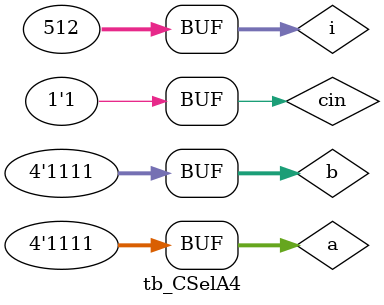
<source format=v>

module tb_CSelA4;
reg [3:0]a,b;
reg cin;
wire [3:0]sum;
wire cout;
integer i;
CSelA4 dut(sum,cout,a,b,cin);

initial begin for(i=0;i<512;i=i+1) begin {cin,a,b}=i; #10; end end

endmodule
</source>
